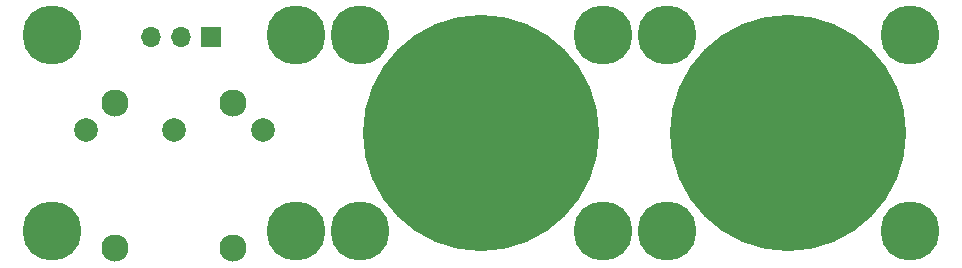
<source format=gbr>
%TF.GenerationSoftware,KiCad,Pcbnew,8.0.4*%
%TF.CreationDate,2024-08-13T21:11:54-04:00*%
%TF.ProjectId,1-inch-midi,312d696e-6368-42d6-9d69-64692e6b6963,rev?*%
%TF.SameCoordinates,Original*%
%TF.FileFunction,Soldermask,Bot*%
%TF.FilePolarity,Negative*%
%FSLAX46Y46*%
G04 Gerber Fmt 4.6, Leading zero omitted, Abs format (unit mm)*
G04 Created by KiCad (PCBNEW 8.0.4) date 2024-08-13 21:11:54*
%MOMM*%
%LPD*%
G01*
G04 APERTURE LIST*
%ADD10C,2.900000*%
%ADD11C,5.000000*%
%ADD12R,1.700000X1.700000*%
%ADD13O,1.700000X1.700000*%
%ADD14C,2.000000*%
%ADD15C,2.300000*%
%ADD16C,20.000000*%
G04 APERTURE END LIST*
D10*
%TO.C,H8*%
X169800000Y-87500000D03*
D11*
X169800000Y-87500000D03*
%TD*%
D10*
%TO.C,H7*%
X169800000Y-104100000D03*
D11*
X169800000Y-104100000D03*
%TD*%
D10*
%TO.C,H5*%
X149200000Y-87500000D03*
D11*
X149200000Y-87500000D03*
%TD*%
D10*
%TO.C,H11*%
X175200000Y-104100000D03*
D11*
X175200000Y-104100000D03*
%TD*%
D10*
%TO.C,H2*%
X123200000Y-104100000D03*
D11*
X123200000Y-104100000D03*
%TD*%
D12*
%TO.C,J2*%
X136640000Y-87600000D03*
D13*
X134100000Y-87600000D03*
X131560001Y-87600000D03*
%TD*%
D10*
%TO.C,H9*%
X195800000Y-87500000D03*
D11*
X195800000Y-87500000D03*
%TD*%
D10*
%TO.C,H10*%
X195800000Y-104100000D03*
D11*
X195800000Y-104100000D03*
%TD*%
D10*
%TO.C,H3*%
X143800000Y-104100000D03*
D11*
X143800000Y-104100000D03*
%TD*%
D10*
%TO.C,H1*%
X123200000Y-87500000D03*
D11*
X123200000Y-87500000D03*
%TD*%
D10*
%TO.C,H4*%
X143800000Y-87500000D03*
D11*
X143800000Y-87500000D03*
%TD*%
D10*
%TO.C,H6*%
X149200000Y-104100000D03*
D11*
X149200000Y-104100000D03*
%TD*%
D10*
%TO.C,H12*%
X175200000Y-87500000D03*
D11*
X175200000Y-87500000D03*
%TD*%
D14*
%TO.C,J1*%
X126000000Y-95500000D03*
X133500000Y-95500000D03*
X141000000Y-95500000D03*
D15*
X128500000Y-93200000D03*
X138500000Y-93200000D03*
X128500000Y-105500000D03*
X138500000Y-105500000D03*
%TD*%
D16*
%TO.C,U3*%
X185500000Y-95800000D03*
%TD*%
%TO.C,U2*%
X159500000Y-95800000D03*
%TD*%
M02*

</source>
